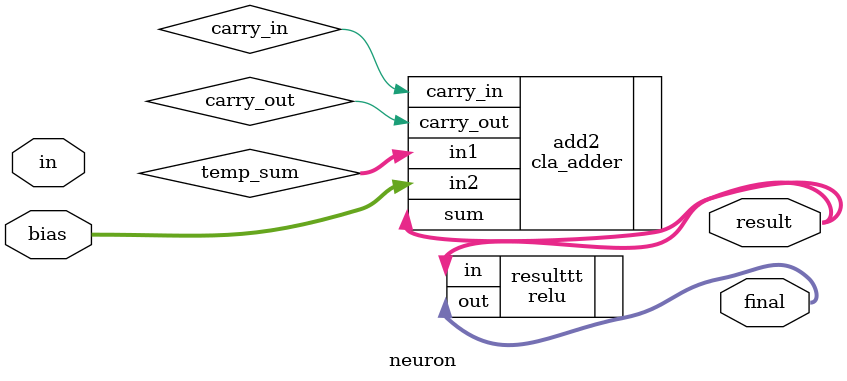
<source format=v>

module neuron #(parameter file = "", parameter num_weights = 0, parameter num_outputs = 0, parameter count = 0)(in, bias, result, final);

    input [(num_weights*32)-1:0] in;
    input [31:0] bias;
    output [31:0] result;
    output [31:0] final;

    wire [(num_weights*32)-1:0] weights;
    wire [31:0] results [(num_weights)-1:0];
    wire [63:0] product;
    wire [31:0] summation;
    wire [31:0] temp_sum;
    wire carryout;
    reg carry_in;

    // Multiplying the weights, and adding the biases, against the respective input data
    fileread #(.file(file), .size(num_weights), .count(count)) weight (.out(weights));
    genvar i, j;
    generate
        for (i = 0; i < num_weights; i = i + 1) begin: multiply
            cla_multiplier mul (.multicand(in[(31 + (32*i))-1:32*i]), 
                .multiplier(weights[(31 + (32*i))-1:32*i]),
                .product(product), 
                .final(results[i]));
        end
    endgenerate

    // Adding each product of the weights and inputs
    generate
        for (j = 0; j < num_weights; j = j + 1) begin: add
            assign temp_sum = summation;
            cla_adder add1 (
     				.sum(summation[31:0]),
         	        .carry_out(carry_out),
         	        .in1(results[j]),
         	        .in2(temp_sum[31:0]),
         	        .carry_in(carry_in));
        end
    endgenerate

    // Adding the bias to the end of the summation of the product of weights and inputs
    cla_adder add2 (
     				.sum(result[31:0]),
         	        .carry_out(carry_out),
         	        .in1(temp_sum[31:0]),
         	        .in2(bias[31:0]),
         	        .carry_in(carry_in));
    
    // Activation function for the neuron
    relu resulttt (.in(result[31:0]), .out(final[31:0]));
endmodule
</source>
